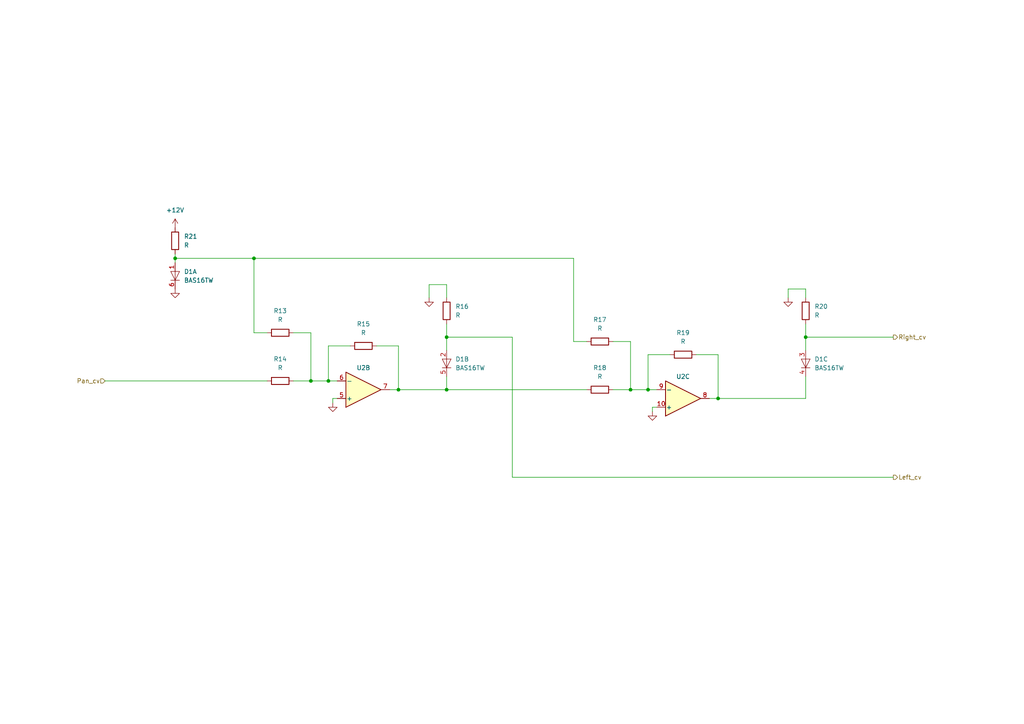
<source format=kicad_sch>
(kicad_sch (version 20230121) (generator eeschema)
  (paper "A4")
  (lib_symbols
    (symbol "Device:R" (pin_numbers hide) (pin_names (offset 0))
      (property "Reference" "R" (at 2.032 0 90))
      (property "Value" "R" (at 0 0 90))
      (symbol "R_0_1"
        (rectangle (start -1.016 -2.54) (end 1.016 2.54) (stroke (width 0.254)))
      )
      (symbol "R_1_1"
        (pin passive line (at 0 3.81 270) (length 1.27) (name "~") (number "1"))
        (pin passive line (at 0 -3.81 90) (length 1.27) (name "~") (number "2"))
      )
    )
    (symbol "Diode:BAS16TW" (pin_names (offset 1.016) hide)
      (property "Reference" "D" (at 0 2.54 0))
      (property "Value" "BAS16TW" (at 0 -2.54 0))
      (symbol "BAS16TW_0_1"
        (polyline (pts (xy -1.27 1.27) (xy -1.27 -1.27)) (stroke (width 0.1524)))
        (polyline (pts (xy 1.27 0) (xy -1.27 0)))
        (polyline (pts (xy 1.27 1.27) (xy 1.27 -1.27)))
        (polyline (pts (xy 1.27 1.27) (xy -1.27 0) (xy 1.27 -1.27)))
      )
      (symbol "BAS16TW_1_1"
        (pin passive line (at 3.81 0 180) (length 2.54) (name "A") (number "1"))
        (pin passive line (at -3.81 0 0) (length 2.54) (name "K") (number "6"))
      )
      (symbol "BAS16TW_2_1"
        (pin passive line (at 3.81 0 180) (length 2.54) (name "A") (number "2"))
        (pin passive line (at -3.81 0 0) (length 2.54) (name "K") (number "5"))
      )
      (symbol "BAS16TW_3_1"
        (pin passive line (at 3.81 0 180) (length 2.54) (name "A") (number "3"))
        (pin passive line (at -3.81 0 0) (length 2.54) (name "K") (number "4"))
      )
    )
    (symbol "WillItBlend:TL074HIDYYR" (pin_names (offset 0.127))
      (property "Reference" "U" (at 0 5.08 0))
      (symbol "TL074HIDYYR_1_1"
        (polyline (pts (xy -5.08 5.08) (xy 5.08 0) (xy -5.08 -5.08) (xy -5.08 5.08)) (stroke (width 0.254)) (fill (type background)))
        (pin output line (at 7.62 0 180) (length 2.54) (name "~") (number "1"))
        (pin input line (at -7.62 -2.54 0) (length 2.54) (name "-") (number "2"))
        (pin input line (at -7.62 2.54 0) (length 2.54) (name "+") (number "3"))
      )
      (symbol "TL074HIDYYR_2_1"
        (polyline (pts (xy -5.08 5.08) (xy 5.08 0) (xy -5.08 -5.08) (xy -5.08 5.08)) (stroke (width 0.254)) (fill (type background)))
        (pin input line (at -7.62 2.54 0) (length 2.54) (name "+") (number "5"))
        (pin input line (at -7.62 -2.54 0) (length 2.54) (name "-") (number "6"))
        (pin output line (at 7.62 0 180) (length 2.54) (name "~") (number "7"))
      )
      (symbol "TL074HIDYYR_3_1"
        (polyline (pts (xy -5.08 5.08) (xy 5.08 0) (xy -5.08 -5.08) (xy -5.08 5.08)) (stroke (width 0.254)) (fill (type background)))
        (pin input line (at -7.62 2.54 0) (length 2.54) (name "+") (number "10"))
        (pin output line (at 7.62 0 180) (length 2.54) (name "~") (number "8"))
        (pin input line (at -7.62 -2.54 0) (length 2.54) (name "-") (number "9"))
      )
      (symbol "TL074HIDYYR_4_1"
        (polyline (pts (xy -5.08 5.08) (xy 5.08 0) (xy -5.08 -5.08) (xy -5.08 5.08)) (stroke (width 0.254)) (fill (type background)))
        (pin input line (at -7.62 2.54 0) (length 2.54) (name "+") (number "12"))
        (pin input line (at -7.62 -2.54 0) (length 2.54) (name "-") (number "13"))
        (pin output line (at 7.62 0 180) (length 2.54) (name "~") (number "14"))
      )
      (symbol "TL074HIDYYR_5_1"
        (rectangle (start -2.54 5.08) (end 2.54 -5.08) (fill (type background)))
        (pin power_in line (at 6.35 -3.81 180) (length 3.81) (name "V-") (number "11"))
        (pin power_in line (at 6.35 3.81 180) (length 3.81) (name "V+") (number "4"))
      )
    )
    (symbol "power:+12V" (power) (pin_names (offset 0))
      (property "Value" "+12V" (at 0 3.556 0))
      (symbol "+12V_0_1"
        (polyline (pts (xy -0.762 1.27) (xy 0 2.54)))
        (polyline (pts (xy 0 0) (xy 0 2.54)))
        (polyline (pts (xy 0 2.54) (xy 0.762 1.27)))
      )
      (symbol "+12V_1_1"
        (pin power_in line (at 0 0 90) (length 0) hide (name "+12V") (number "1"))
      )
    )
    (symbol "power:GND" (power) (pin_names (offset 0))
      (property "Value" "GND" (at 0 -3.81 0))
      (symbol "GND_0_1"
        (polyline (pts (xy 0 0) (xy 0 -1.27) (xy 1.27 -1.27) (xy 0 -2.54) (xy -1.27 -1.27) (xy 0 -1.27)))
      )
      (symbol "GND_1_1"
        (pin power_in line (at 0 0 270) (length 0) hide (name "GND") (number "1"))
      )
    )
  )
  (junction (at 187.96 113.03))
  (junction (at 208.28 115.57))
  (junction (at 95.25 110.49))
  (junction (at 129.54 113.03))
  (junction (at 182.88 113.03))
  (junction (at 73.66 74.93))
  (junction (at 129.54 97.79))
  (junction (at 50.8 74.93))
  (junction (at 233.68 97.79))
  (junction (at 115.57 113.03))
  (junction (at 90.17 110.49))
  (wire (pts (xy 113.03 113.03) (xy 115.57 113.03)))
  (wire (pts (xy 148.59 138.43) (xy 259.08 138.43)))
  (wire (pts (xy 177.8 113.03) (xy 182.88 113.03)))
  (wire (pts (xy 85.09 96.52) (xy 90.17 96.52)))
  (wire (pts (xy 124.46 86.36) (xy 124.46 82.55)))
  (wire (pts (xy 166.37 99.06) (xy 170.18 99.06)))
  (wire (pts (xy 228.6 83.82) (xy 233.68 83.82)))
  (wire (pts (xy 85.09 110.49) (xy 90.17 110.49)))
  (wire (pts (xy 73.66 74.93) (xy 166.37 74.93)))
  (wire (pts (xy 233.68 83.82) (xy 233.68 86.36)))
  (wire (pts (xy 90.17 96.52) (xy 90.17 110.49)))
  (wire (pts (xy 187.96 113.03) (xy 190.5 113.03)))
  (wire (pts (xy 124.46 82.55) (xy 129.54 82.55)))
  (wire (pts (xy 50.8 74.93) (xy 50.8 76.2)))
  (wire (pts (xy 90.17 110.49) (xy 95.25 110.49)))
  (wire (pts (xy 129.54 97.79) (xy 148.59 97.79)))
  (wire (pts (xy 208.28 115.57) (xy 208.28 102.87)))
  (wire (pts (xy 109.22 100.33) (xy 115.57 100.33)))
  (wire (pts (xy 96.52 115.57) (xy 96.52 116.84)))
  (wire (pts (xy 182.88 113.03) (xy 187.96 113.03)))
  (wire (pts (xy 228.6 86.36) (xy 228.6 83.82)))
  (wire (pts (xy 233.68 97.79) (xy 259.08 97.79)))
  (wire (pts (xy 208.28 115.57) (xy 233.68 115.57)))
  (wire (pts (xy 148.59 97.79) (xy 148.59 138.43)))
  (wire (pts (xy 187.96 102.87) (xy 187.96 113.03)))
  (wire (pts (xy 115.57 100.33) (xy 115.57 113.03)))
  (wire (pts (xy 233.68 109.22) (xy 233.68 115.57)))
  (wire (pts (xy 30.48 110.49) (xy 77.47 110.49)))
  (wire (pts (xy 115.57 113.03) (xy 129.54 113.03)))
  (wire (pts (xy 189.23 118.11) (xy 189.23 119.38)))
  (wire (pts (xy 97.79 115.57) (xy 96.52 115.57)))
  (wire (pts (xy 177.8 99.06) (xy 182.88 99.06)))
  (wire (pts (xy 129.54 113.03) (xy 170.18 113.03)))
  (wire (pts (xy 233.68 97.79) (xy 233.68 101.6)))
  (wire (pts (xy 73.66 74.93) (xy 73.66 96.52)))
  (wire (pts (xy 233.68 93.98) (xy 233.68 97.79)))
  (wire (pts (xy 95.25 110.49) (xy 95.25 100.33)))
  (wire (pts (xy 208.28 115.57) (xy 205.74 115.57)))
  (wire (pts (xy 50.8 73.66) (xy 50.8 74.93)))
  (wire (pts (xy 208.28 102.87) (xy 201.93 102.87)))
  (wire (pts (xy 194.31 102.87) (xy 187.96 102.87)))
  (wire (pts (xy 129.54 82.55) (xy 129.54 86.36)))
  (wire (pts (xy 129.54 109.22) (xy 129.54 113.03)))
  (wire (pts (xy 95.25 110.49) (xy 97.79 110.49)))
  (wire (pts (xy 129.54 97.79) (xy 129.54 101.6)))
  (wire (pts (xy 190.5 118.11) (xy 189.23 118.11)))
  (wire (pts (xy 77.47 96.52) (xy 73.66 96.52)))
  (wire (pts (xy 129.54 93.98) (xy 129.54 97.79)))
  (wire (pts (xy 182.88 99.06) (xy 182.88 113.03)))
  (wire (pts (xy 95.25 100.33) (xy 101.6 100.33)))
  (wire (pts (xy 166.37 74.93) (xy 166.37 99.06)))
  (wire (pts (xy 50.8 74.93) (xy 73.66 74.93)))
  (hierarchical_label "Pan_cv" (shape input) (at 30.48 110.49 180))
  (hierarchical_label "Right_cv" (shape output) (at 259.08 97.79 0))
  (hierarchical_label "Left_cv" (shape output) (at 259.08 138.43 0))
  (symbol (lib_id "power:GND") (at 96.52 116.84 0) (unit 1)
    (property "Reference" "#PWR0119" (effects hide))
    (property "Value" "GND" (effects hide))
  )
  (symbol (lib_id "power:+12V") (at 50.8 66.04 0) (unit 1)
    (property "Reference" "#PWR0120" (effects hide))
    (property "Value" "+12V" (at 50.8 60.96 0))
  )
  (symbol (lib_id "Diode:BAS16TW") (at 233.68 105.41 90) (unit 3)
    (property "Reference" "D1" (at 236.22 104.1781 90) (effects (justify right)))
    (property "Value" "BAS16TW" (at 236.22 106.7181 90) (effects (justify right)))
    (property "Footprint" "Package_TO_SOT_SMD:SOT-363_SC-70-6" (effects hide))
    (property "Datasheet" "http://www.diodes.com/datasheets/ds30154.pdf" (effects hide))
  )
  (symbol (lib_id "Device:R") (at 81.28 110.49 270) (unit 1)
    (property "Reference" "R14" (at 81.28 104.14 90))
    (property "Value" "R" (at 81.28 106.68 90))
    (property "Footprint" "Resistor_SMD:R_0402_1005Metric_Pad0.72x0.64mm_HandSolder" (effects hide))
  )
  (symbol (lib_id "power:GND") (at 228.6 86.36 0) (unit 1)
    (property "Reference" "#PWR0117" (effects hide))
    (property "Value" "GND" (effects hide))
  )
  (symbol (lib_id "Device:R") (at 173.99 99.06 270) (unit 1)
    (property "Reference" "R17" (at 173.99 92.71 90))
    (property "Value" "R" (at 173.99 95.25 90))
    (property "Footprint" "Resistor_SMD:R_0402_1005Metric_Pad0.72x0.64mm_HandSolder" (effects hide))
  )
  (symbol (lib_id "Device:R") (at 173.99 113.03 270) (unit 1)
    (property "Reference" "R18" (at 173.99 106.68 90))
    (property "Value" "R" (at 173.99 109.22 90))
    (property "Footprint" "Resistor_SMD:R_0402_1005Metric_Pad0.72x0.64mm_HandSolder" (effects hide))
  )
  (symbol (lib_id "Device:R") (at 233.68 90.17 0) (unit 1)
    (property "Reference" "R20" (at 236.22 88.9 0) (effects (justify left)))
    (property "Value" "R" (at 236.22 91.44 0) (effects (justify left)))
    (property "Footprint" "Resistor_SMD:R_0402_1005Metric_Pad0.72x0.64mm_HandSolder" (effects hide))
  )
  (symbol (lib_id "WillItBlend:TL074HIDYYR") (at 198.12 115.57 0) (mirror x) (unit 3)
    (property "Reference" "U2" (at 198.12 109.22 0))
    (property "Value" "TL074HIDYYR" (effects hide))
    (property "Footprint" "WillItBlend:SOT-23-THIN" (effects hide))
    (property "Datasheet" "http://www.ti.com/lit/ds/symlink/tl071.pdf" (effects hide))
  )
  (symbol (lib_id "power:GND") (at 189.23 119.38 0) (unit 1)
    (property "Reference" "#PWR0118" (effects hide))
    (property "Value" "GND" (effects hide))
  )
  (symbol (lib_id "Device:R") (at 81.28 96.52 270) (unit 1)
    (property "Reference" "R13" (at 81.28 90.17 90))
    (property "Value" "R" (at 81.28 92.71 90))
    (property "Footprint" "Resistor_SMD:R_0402_1005Metric_Pad0.72x0.64mm_HandSolder" (effects hide))
  )
  (symbol (lib_id "Device:R") (at 50.8 69.85 0) (unit 1)
    (property "Reference" "R21" (at 53.34 68.58 0) (effects (justify left)))
    (property "Value" "R" (at 53.34 71.12 0) (effects (justify left)))
    (property "Footprint" "Resistor_SMD:R_0402_1005Metric_Pad0.72x0.64mm_HandSolder" (effects hide))
  )
  (symbol (lib_id "Diode:BAS16TW") (at 50.8 80.01 90) (unit 1)
    (property "Reference" "D1" (at 53.34 78.7781 90) (effects (justify right)))
    (property "Value" "BAS16TW" (at 53.34 81.3181 90) (effects (justify right)))
    (property "Footprint" "Package_TO_SOT_SMD:SOT-363_SC-70-6" (effects hide))
    (property "Datasheet" "http://www.diodes.com/datasheets/ds30154.pdf" (effects hide))
  )
  (symbol (lib_id "Device:R") (at 129.54 90.17 0) (unit 1)
    (property "Reference" "R16" (at 132.08 88.9 0) (effects (justify left)))
    (property "Value" "R" (at 132.08 91.44 0) (effects (justify left)))
    (property "Footprint" "Resistor_SMD:R_0402_1005Metric_Pad0.72x0.64mm_HandSolder" (effects hide))
  )
  (symbol (lib_id "power:GND") (at 50.8 83.82 0) (unit 1)
    (property "Reference" "#PWR0121" (effects hide))
    (property "Value" "GND" (effects hide))
  )
  (symbol (lib_id "power:GND") (at 124.46 86.36 0) (unit 1)
    (property "Reference" "#PWR0122" (effects hide))
    (property "Value" "GND" (effects hide))
  )
  (symbol (lib_id "Device:R") (at 198.12 102.87 270) (unit 1)
    (property "Reference" "R19" (at 198.12 96.52 90))
    (property "Value" "R" (at 198.12 99.06 90))
    (property "Footprint" "Resistor_SMD:R_0402_1005Metric_Pad0.72x0.64mm_HandSolder" (effects hide))
  )
  (symbol (lib_id "WillItBlend:TL074HIDYYR") (at 105.41 113.03 0) (mirror x) (unit 2)
    (property "Reference" "U2" (at 105.41 106.68 0))
    (property "Value" "TL074HIDYYR" (effects hide))
    (property "Footprint" "WillItBlend:SOT-23-THIN" (effects hide))
    (property "Datasheet" "http://www.ti.com/lit/ds/symlink/tl071.pdf" (effects hide))
  )
  (symbol (lib_id "Diode:BAS16TW") (at 129.54 105.41 90) (unit 2)
    (property "Reference" "D1" (at 132.08 104.1781 90) (effects (justify right)))
    (property "Value" "BAS16TW" (at 132.08 106.7181 90) (effects (justify right)))
    (property "Footprint" "Package_TO_SOT_SMD:SOT-363_SC-70-6" (effects hide))
    (property "Datasheet" "http://www.diodes.com/datasheets/ds30154.pdf" (effects hide))
  )
  (symbol (lib_id "Device:R") (at 105.41 100.33 270) (unit 1)
    (property "Reference" "R15" (at 105.41 93.98 90))
    (property "Value" "R" (at 105.41 96.52 90))
    (property "Footprint" "Resistor_SMD:R_0402_1005Metric_Pad0.72x0.64mm_HandSolder" (effects hide))
  )
)
</source>
